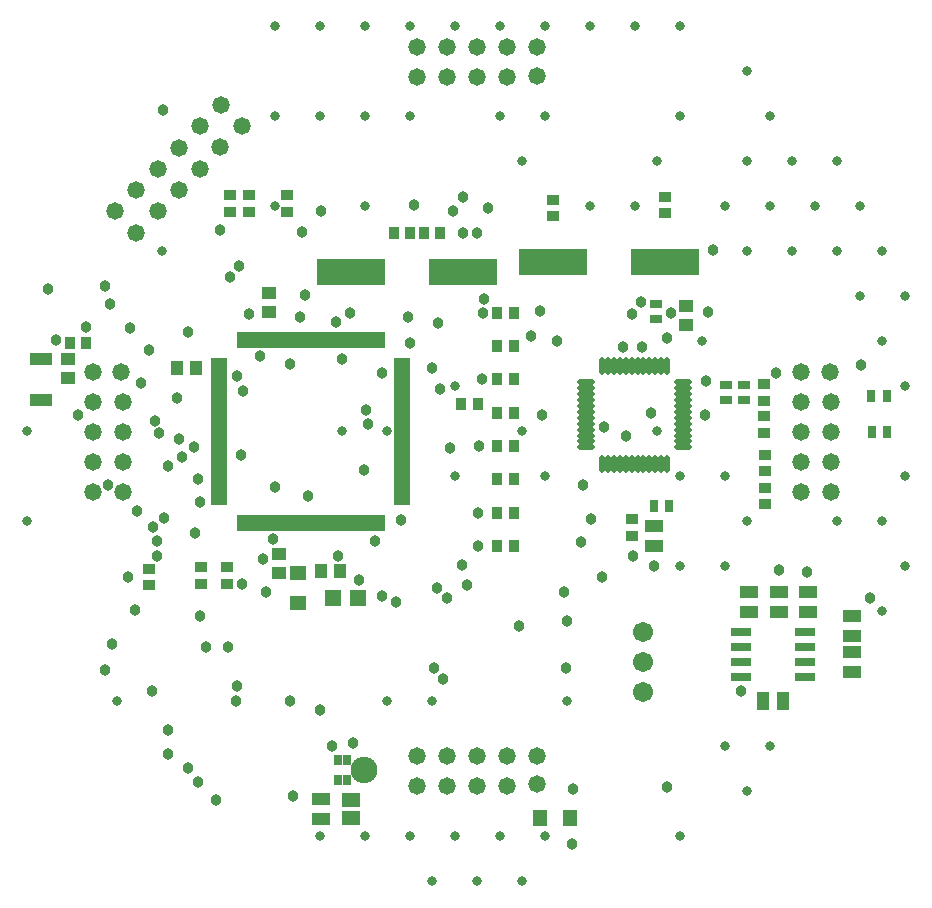
<source format=gbr>
%TF.GenerationSoftware,Altium Limited,Altium Designer,18.1.6 (161)*%
G04 Layer_Color=8388736*
%FSLAX25Y25*%
%MOIN*%
%TF.FileFunction,Soldermask,Top*%
%TF.Part,Single*%
G01*
G75*
%TA.AperFunction,SMDPad,CuDef*%
%ADD50R,0.04147X0.05918*%
%ADD51R,0.05918X0.04147*%
%ADD53R,0.06115X0.04540*%
%ADD54R,0.04737X0.04343*%
%ADD59R,0.04343X0.04737*%
%ADD60R,0.03556X0.04343*%
%ADD61R,0.04343X0.03556*%
%TA.AperFunction,ComponentPad*%
%ADD62C,0.05800*%
%ADD63C,0.06706*%
%ADD64O,0.08910X0.08910*%
%TA.AperFunction,ViaPad*%
%ADD65C,0.03800*%
%ADD66C,0.03300*%
%TA.AperFunction,SMDPad,CuDef*%
%ADD70R,0.02572X0.03753*%
%ADD71R,0.03950X0.03162*%
%ADD72R,0.03162X0.03950*%
%ADD73R,0.05131X0.05721*%
%ADD74R,0.05524X0.05524*%
%ADD75R,0.05721X0.05131*%
%ADD76R,0.06784X0.03162*%
%ADD77R,0.22847X0.09068*%
%ADD78R,0.01981X0.05524*%
%ADD79R,0.05524X0.01981*%
%ADD80R,0.07493X0.03950*%
G04:AMPARAMS|DCode=81|XSize=17.84mil|YSize=57.21mil|CornerRadius=5.97mil|HoleSize=0mil|Usage=FLASHONLY|Rotation=90.000|XOffset=0mil|YOffset=0mil|HoleType=Round|Shape=RoundedRectangle|*
%AMROUNDEDRECTD81*
21,1,0.01784,0.04528,0,0,90.0*
21,1,0.00591,0.05721,0,0,90.0*
1,1,0.01194,0.02264,0.00295*
1,1,0.01194,0.02264,-0.00295*
1,1,0.01194,-0.02264,-0.00295*
1,1,0.01194,-0.02264,0.00295*
%
%ADD81ROUNDEDRECTD81*%
G04:AMPARAMS|DCode=82|XSize=17.84mil|YSize=57.21mil|CornerRadius=5.97mil|HoleSize=0mil|Usage=FLASHONLY|Rotation=180.000|XOffset=0mil|YOffset=0mil|HoleType=Round|Shape=RoundedRectangle|*
%AMROUNDEDRECTD82*
21,1,0.01784,0.04528,0,0,180.0*
21,1,0.00591,0.05721,0,0,180.0*
1,1,0.01194,-0.00295,0.02264*
1,1,0.01194,0.00295,0.02264*
1,1,0.01194,0.00295,-0.02264*
1,1,0.01194,-0.00295,-0.02264*
%
%ADD82ROUNDEDRECTD82*%
D50*
X410153Y225000D02*
D03*
X416847D02*
D03*
D51*
X374108Y276654D02*
D03*
Y283347D02*
D03*
X263000Y185653D02*
D03*
Y192347D02*
D03*
X440000Y246654D02*
D03*
Y253346D02*
D03*
Y234653D02*
D03*
Y241347D02*
D03*
X405500Y261346D02*
D03*
Y254654D02*
D03*
X425251Y261347D02*
D03*
Y254654D02*
D03*
X415500Y261347D02*
D03*
Y254654D02*
D03*
D53*
X273000Y186000D02*
D03*
Y192299D02*
D03*
D54*
X384500Y350350D02*
D03*
Y356650D02*
D03*
X249000Y274000D02*
D03*
Y267701D02*
D03*
X178500Y332850D02*
D03*
Y339150D02*
D03*
X245500Y361150D02*
D03*
Y354850D02*
D03*
D59*
X262850Y268500D02*
D03*
X269150D02*
D03*
X214850Y336000D02*
D03*
X221150D02*
D03*
D60*
X184634Y344500D02*
D03*
X179122D02*
D03*
X315256Y324000D02*
D03*
X309744D02*
D03*
X327256Y276839D02*
D03*
X321744D02*
D03*
X327256Y287933D02*
D03*
X321744D02*
D03*
X327256Y299027D02*
D03*
X321744D02*
D03*
X327256Y310122D02*
D03*
X321744D02*
D03*
X327256Y321217D02*
D03*
X321744D02*
D03*
X327256Y332311D02*
D03*
X321744D02*
D03*
X327256Y354500D02*
D03*
X321744D02*
D03*
X327256Y343406D02*
D03*
X321744D02*
D03*
X297244Y381000D02*
D03*
X302756D02*
D03*
X292768Y381000D02*
D03*
X287256D02*
D03*
D61*
X366516Y285756D02*
D03*
Y280244D02*
D03*
X205500Y263744D02*
D03*
Y269256D02*
D03*
X239000Y393756D02*
D03*
Y388244D02*
D03*
X251626Y393756D02*
D03*
Y388244D02*
D03*
X231500Y269756D02*
D03*
Y264244D02*
D03*
X223000Y269756D02*
D03*
Y264244D02*
D03*
X410500Y330756D02*
D03*
Y325244D02*
D03*
X411000Y307256D02*
D03*
Y301744D02*
D03*
X411000Y290744D02*
D03*
Y296256D02*
D03*
X410500Y314488D02*
D03*
Y320000D02*
D03*
X232500Y388244D02*
D03*
Y393756D02*
D03*
X340299Y392256D02*
D03*
Y386744D02*
D03*
X377500Y393256D02*
D03*
Y387744D02*
D03*
D62*
X196850Y294961D02*
D03*
Y304961D02*
D03*
Y314961D02*
D03*
Y324961D02*
D03*
X196350Y334961D02*
D03*
X186850D02*
D03*
Y324961D02*
D03*
Y314961D02*
D03*
Y304961D02*
D03*
Y294961D02*
D03*
X423071D02*
D03*
Y304961D02*
D03*
Y314961D02*
D03*
Y324961D02*
D03*
Y334961D02*
D03*
X432571D02*
D03*
X433071Y324961D02*
D03*
Y314961D02*
D03*
Y304961D02*
D03*
Y294961D02*
D03*
X229713Y423713D02*
D03*
X236784Y416642D02*
D03*
X201429Y381287D02*
D03*
X208500Y388358D02*
D03*
X215571Y395429D02*
D03*
X222642Y402500D02*
D03*
X229360Y409925D02*
D03*
X222642Y416642D02*
D03*
X215571Y409571D02*
D03*
X208500Y402500D02*
D03*
X201429Y395429D02*
D03*
X194358Y388358D02*
D03*
X294961Y433071D02*
D03*
X304961D02*
D03*
X314961D02*
D03*
X324961D02*
D03*
X334961Y433571D02*
D03*
Y443071D02*
D03*
X324961D02*
D03*
X314961D02*
D03*
X304961D02*
D03*
X294961D02*
D03*
Y196850D02*
D03*
X304961D02*
D03*
X314961D02*
D03*
X324961D02*
D03*
X334961Y197350D02*
D03*
Y206850D02*
D03*
X324961D02*
D03*
X314961D02*
D03*
X304961D02*
D03*
X294961D02*
D03*
D63*
X370437Y228000D02*
D03*
Y238000D02*
D03*
Y248000D02*
D03*
D64*
X277327Y202153D02*
D03*
D65*
X203039Y331000D02*
D03*
X266500Y210000D02*
D03*
X252500Y225000D02*
D03*
X262500Y222000D02*
D03*
X273500Y211000D02*
D03*
X288000Y258000D02*
D03*
X378311Y196473D02*
D03*
X218500Y202654D02*
D03*
X222000Y198000D02*
D03*
X228000Y192000D02*
D03*
X212000Y207500D02*
D03*
X190851Y235550D02*
D03*
X193265Y244016D02*
D03*
X172000Y362500D02*
D03*
X210418Y422208D02*
D03*
X182000Y320407D02*
D03*
X236280Y307055D02*
D03*
X222642Y253500D02*
D03*
X208400Y273500D02*
D03*
X199242Y349500D02*
D03*
X403000Y228500D02*
D03*
X446000Y259500D02*
D03*
X283394Y260280D02*
D03*
X263000Y388500D02*
D03*
X256500Y381500D02*
D03*
X257507Y360500D02*
D03*
X329000Y250000D02*
D03*
X234500Y225000D02*
D03*
X347000Y195693D02*
D03*
X300500Y236000D02*
D03*
X303500Y232500D02*
D03*
X425000Y268000D02*
D03*
X415500Y268921D02*
D03*
X235000Y230000D02*
D03*
X344500Y236250D02*
D03*
X374000Y270000D02*
D03*
X236500Y264244D02*
D03*
X205500Y342000D02*
D03*
X201677Y288442D02*
D03*
X222082Y299220D02*
D03*
X222500Y291338D02*
D03*
X224500Y243000D02*
D03*
X232000D02*
D03*
X218500Y348000D02*
D03*
X300052Y336000D02*
D03*
X268000Y351631D02*
D03*
X191000Y363315D02*
D03*
X192500Y357500D02*
D03*
X253500Y193461D02*
D03*
X357252Y316500D02*
D03*
X356500Y266500D02*
D03*
X292000Y353095D02*
D03*
X302000Y351189D02*
D03*
X208400Y278500D02*
D03*
X192000Y297244D02*
D03*
X268650Y273500D02*
D03*
X277217Y302000D02*
D03*
X247000Y279000D02*
D03*
X243500Y272500D02*
D03*
X443000Y337000D02*
D03*
X311500Y263744D02*
D03*
X310000Y270500D02*
D03*
X275500Y265500D02*
D03*
X393500Y375500D02*
D03*
X215000Y326000D02*
D03*
X174500Y345480D02*
D03*
X198500Y266500D02*
D03*
X206500Y228500D02*
D03*
X221000Y281000D02*
D03*
X201000Y255500D02*
D03*
X344000Y261346D02*
D03*
X278500Y317500D02*
D03*
X207500Y318500D02*
D03*
X209000Y314500D02*
D03*
X278000Y322000D02*
D03*
X305000Y259500D02*
D03*
X256000Y353095D02*
D03*
X212000Y215500D02*
D03*
X294000Y390500D02*
D03*
X310201Y381201D02*
D03*
X272500Y354543D02*
D03*
X317158Y359000D02*
D03*
X314961Y381201D02*
D03*
X318500Y389500D02*
D03*
X307000Y388500D02*
D03*
X239000Y354248D02*
D03*
X345000Y251689D02*
D03*
X301500Y262752D02*
D03*
X306000Y309500D02*
D03*
X184500Y349811D02*
D03*
X229360Y382000D02*
D03*
X346500Y177500D02*
D03*
X220500Y309811D02*
D03*
X216500Y306500D02*
D03*
X212000Y303366D02*
D03*
X210500Y286000D02*
D03*
X207000Y283000D02*
D03*
X336500Y320500D02*
D03*
X244500Y261500D02*
D03*
X258500Y293500D02*
D03*
X310201Y393000D02*
D03*
X232500Y366500D02*
D03*
X363500Y343000D02*
D03*
X369500Y358000D02*
D03*
X366500Y354248D02*
D03*
X333000Y346850D02*
D03*
X237000Y328500D02*
D03*
X392000Y354748D02*
D03*
X252500Y337500D02*
D03*
X242500Y340000D02*
D03*
X379500Y354500D02*
D03*
X391000Y320500D02*
D03*
X414756Y334500D02*
D03*
X373000Y321000D02*
D03*
X349500Y278114D02*
D03*
X289500Y285339D02*
D03*
X270000Y339000D02*
D03*
X235000Y333500D02*
D03*
X247500Y296500D02*
D03*
X369874Y343000D02*
D03*
X281000Y278500D02*
D03*
X292500Y344500D02*
D03*
X367000Y273500D02*
D03*
X302752Y329000D02*
D03*
X316500Y332500D02*
D03*
X283122Y334500D02*
D03*
X317000Y354500D02*
D03*
X235500Y370000D02*
D03*
X378311Y346000D02*
D03*
X364500Y313500D02*
D03*
X350244Y297244D02*
D03*
X353000Y285756D02*
D03*
X341500Y345000D02*
D03*
X336000Y355000D02*
D03*
X315661Y310122D02*
D03*
X215500Y312500D02*
D03*
X315323Y287933D02*
D03*
X315161Y276839D02*
D03*
X391250Y331750D02*
D03*
D66*
X457500Y360000D02*
D03*
X450000Y375000D02*
D03*
Y345000D02*
D03*
X457500Y330000D02*
D03*
Y300000D02*
D03*
X450000Y285000D02*
D03*
X457500Y270000D02*
D03*
X450000Y255000D02*
D03*
X435000Y405000D02*
D03*
X442500Y390000D02*
D03*
X435000Y375000D02*
D03*
X442500Y360000D02*
D03*
X435000Y285000D02*
D03*
X420000Y405000D02*
D03*
X427500Y390000D02*
D03*
X420000Y375000D02*
D03*
X405000Y435000D02*
D03*
X412500Y420000D02*
D03*
X405000Y405000D02*
D03*
X412500Y390000D02*
D03*
X405000Y375000D02*
D03*
Y285000D02*
D03*
X412500Y210000D02*
D03*
X405000Y195000D02*
D03*
X397500Y390000D02*
D03*
X390000Y345000D02*
D03*
X397500Y300000D02*
D03*
Y270000D02*
D03*
Y210000D02*
D03*
X382500Y450000D02*
D03*
Y420000D02*
D03*
X375000Y405000D02*
D03*
Y315000D02*
D03*
X382500Y300000D02*
D03*
Y270000D02*
D03*
Y180000D02*
D03*
X367500Y450000D02*
D03*
Y390000D02*
D03*
X352500Y450000D02*
D03*
Y390000D02*
D03*
X345000Y225000D02*
D03*
X337500Y450000D02*
D03*
Y420000D02*
D03*
X330000Y405000D02*
D03*
Y315000D02*
D03*
X337500Y300000D02*
D03*
Y180000D02*
D03*
X330000Y165000D02*
D03*
X322500Y450000D02*
D03*
Y420000D02*
D03*
Y180000D02*
D03*
X315000Y165000D02*
D03*
X307500Y450000D02*
D03*
Y330000D02*
D03*
Y300000D02*
D03*
X300000Y225000D02*
D03*
X307500Y180000D02*
D03*
X300000Y165000D02*
D03*
X292500Y450000D02*
D03*
Y420000D02*
D03*
X285000Y315000D02*
D03*
Y225000D02*
D03*
X292500Y180000D02*
D03*
X277500Y450000D02*
D03*
Y420000D02*
D03*
Y390000D02*
D03*
X270000Y315000D02*
D03*
X277500Y180000D02*
D03*
X262500Y450000D02*
D03*
Y420000D02*
D03*
Y180000D02*
D03*
X247500Y450000D02*
D03*
Y420000D02*
D03*
Y390000D02*
D03*
X210000Y375000D02*
D03*
X195000Y225000D02*
D03*
X165000Y315000D02*
D03*
Y285000D02*
D03*
D70*
X271500Y205500D02*
D03*
X268744D02*
D03*
Y198807D02*
D03*
X271500D02*
D03*
D71*
X374500Y357559D02*
D03*
Y352441D02*
D03*
X404000Y325441D02*
D03*
Y330559D02*
D03*
X398000Y325441D02*
D03*
Y330559D02*
D03*
D72*
X451559Y326772D02*
D03*
X446441D02*
D03*
X451618Y314961D02*
D03*
X446500D02*
D03*
X373941Y290000D02*
D03*
X379059D02*
D03*
D73*
X336079Y186000D02*
D03*
X345921D02*
D03*
D74*
X275134Y259500D02*
D03*
X266866D02*
D03*
D75*
X255429Y257831D02*
D03*
Y267673D02*
D03*
D76*
X424437Y233000D02*
D03*
Y238000D02*
D03*
Y243000D02*
D03*
Y248000D02*
D03*
X402862Y233000D02*
D03*
Y238000D02*
D03*
Y243000D02*
D03*
Y248000D02*
D03*
D77*
X310201Y368000D02*
D03*
X272799D02*
D03*
X340299Y371500D02*
D03*
X377701D02*
D03*
D78*
X283122Y345480D02*
D03*
X281153D02*
D03*
X279185D02*
D03*
X277217D02*
D03*
X275248D02*
D03*
X273280D02*
D03*
X271311D02*
D03*
X269342D02*
D03*
X267374D02*
D03*
X265406D02*
D03*
X263437D02*
D03*
X261469D02*
D03*
X259500D02*
D03*
X257531D02*
D03*
X255563D02*
D03*
X253594D02*
D03*
X251626D02*
D03*
X249658D02*
D03*
X247689D02*
D03*
X245721D02*
D03*
X243752D02*
D03*
X241783D02*
D03*
X239815D02*
D03*
X237846D02*
D03*
X235878D02*
D03*
Y284457D02*
D03*
X237846D02*
D03*
X239815D02*
D03*
X241783D02*
D03*
X243752D02*
D03*
X245721D02*
D03*
X247689D02*
D03*
X249658D02*
D03*
X251626D02*
D03*
X253594D02*
D03*
X255563D02*
D03*
X257531D02*
D03*
X259500D02*
D03*
X261469D02*
D03*
X263437D02*
D03*
X265406D02*
D03*
X267374D02*
D03*
X269342D02*
D03*
X271311D02*
D03*
X273280D02*
D03*
X275248D02*
D03*
X277217D02*
D03*
X279185D02*
D03*
X281153D02*
D03*
X283122D02*
D03*
D79*
X228988Y338591D02*
D03*
Y336622D02*
D03*
Y334653D02*
D03*
Y332685D02*
D03*
Y330716D02*
D03*
Y328748D02*
D03*
Y326780D02*
D03*
Y324811D02*
D03*
Y322843D02*
D03*
Y320874D02*
D03*
Y318905D02*
D03*
Y316937D02*
D03*
Y314968D02*
D03*
Y313000D02*
D03*
Y311032D02*
D03*
Y309063D02*
D03*
Y307095D02*
D03*
Y305126D02*
D03*
Y303157D02*
D03*
Y301189D02*
D03*
Y299220D02*
D03*
Y297252D02*
D03*
Y295284D02*
D03*
Y293315D02*
D03*
Y291347D02*
D03*
X290012D02*
D03*
Y293315D02*
D03*
Y295284D02*
D03*
Y297252D02*
D03*
Y299220D02*
D03*
Y301189D02*
D03*
Y303157D02*
D03*
Y305126D02*
D03*
Y307095D02*
D03*
Y309063D02*
D03*
Y311032D02*
D03*
Y313000D02*
D03*
Y314968D02*
D03*
Y316937D02*
D03*
Y318905D02*
D03*
Y320874D02*
D03*
Y322843D02*
D03*
Y324811D02*
D03*
Y326780D02*
D03*
Y328748D02*
D03*
Y330716D02*
D03*
Y332685D02*
D03*
Y334653D02*
D03*
Y336622D02*
D03*
Y338591D02*
D03*
D80*
X169500Y339004D02*
D03*
Y325618D02*
D03*
D81*
X351244Y309673D02*
D03*
Y311642D02*
D03*
Y313610D02*
D03*
Y315579D02*
D03*
Y317547D02*
D03*
Y319516D02*
D03*
Y321484D02*
D03*
Y323453D02*
D03*
Y325421D02*
D03*
Y327390D02*
D03*
Y329358D02*
D03*
Y331327D02*
D03*
X383724D02*
D03*
Y329358D02*
D03*
Y327390D02*
D03*
Y325421D02*
D03*
Y323453D02*
D03*
Y321484D02*
D03*
Y319516D02*
D03*
Y317547D02*
D03*
Y315579D02*
D03*
Y313610D02*
D03*
Y311642D02*
D03*
Y309673D02*
D03*
D82*
X356658Y336740D02*
D03*
X358626D02*
D03*
X360595D02*
D03*
X362563D02*
D03*
X364531D02*
D03*
X366500D02*
D03*
X368468D02*
D03*
X370437D02*
D03*
X372406D02*
D03*
X374374D02*
D03*
X376343D02*
D03*
X378311D02*
D03*
Y304260D02*
D03*
X376343D02*
D03*
X374374D02*
D03*
X372406D02*
D03*
X370437D02*
D03*
X368468D02*
D03*
X366500D02*
D03*
X364531D02*
D03*
X362563D02*
D03*
X360595D02*
D03*
X358626D02*
D03*
X356658D02*
D03*
%TF.MD5,a5b09b2ff7e69ea87889f588c9596342*%
M02*

</source>
